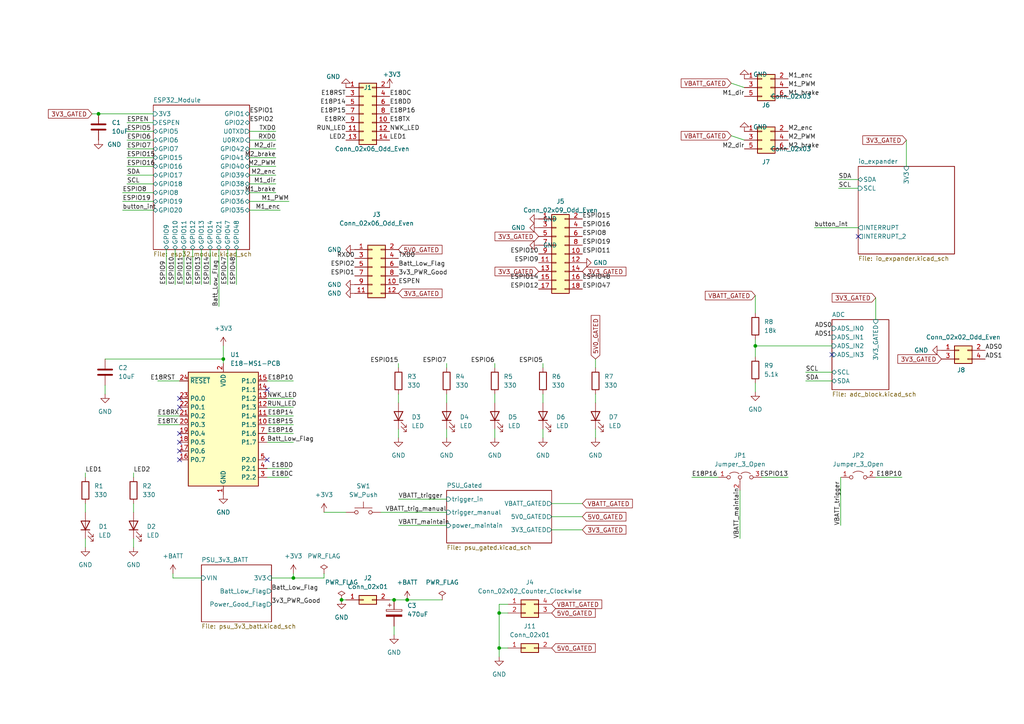
<source format=kicad_sch>
(kicad_sch (version 20230121) (generator eeschema)
  (paper "A4")
  (title_block (title "Pippino II Schematic v2.1"))
  (lib_symbols
    (symbol "Connector_Generic:Conn_02x01" (pin_names (offset 1.016) hide)
      (property "Reference" "J" (at 1.27 2.54 0))
      (property "Value" "Conn_02x01" (at 1.27 -2.54 0))
      (symbol "Conn_02x01_1_1"
        (rectangle (start -1.27 0.127) (end 0 -0.127) (stroke (width 0.1524)))
        (rectangle (start -1.27 1.27) (end 3.81 -1.27) (stroke (width 0.254)) (fill (type background)))
        (rectangle (start 3.81 0.127) (end 2.54 -0.127) (stroke (width 0.1524)))
        (pin passive line (at -5.08 0 0) (length 3.81) (name "Pin_1") (number "1"))
        (pin passive line (at 7.62 0 180) (length 3.81) (name "Pin_2") (number "2"))
      )
    )
    (symbol "Connector_Generic:Conn_02x02_Counter_Clockwise" (pin_names (offset 1.016) hide)
      (property "Reference" "J" (at 1.27 2.54 0))
      (property "Value" "Conn_02x02_Counter_Clockwise" (at 1.27 -5.08 0))
      (symbol "Conn_02x02_Counter_Clockwise_1_1"
        (rectangle (start -1.27 -2.413) (end 0 -2.667) (stroke (width 0.1524)))
        (rectangle (start -1.27 0.127) (end 0 -0.127) (stroke (width 0.1524)))
        (rectangle (start -1.27 1.27) (end 3.81 -3.81) (stroke (width 0.254)) (fill (type background)))
        (rectangle (start 3.81 -2.413) (end 2.54 -2.667) (stroke (width 0.1524)))
        (rectangle (start 3.81 0.127) (end 2.54 -0.127) (stroke (width 0.1524)))
        (pin passive line (at -5.08 0 0) (length 3.81) (name "Pin_1") (number "1"))
        (pin passive line (at -5.08 -2.54 0) (length 3.81) (name "Pin_2") (number "2"))
        (pin passive line (at 7.62 -2.54 180) (length 3.81) (name "Pin_3") (number "3"))
        (pin passive line (at 7.62 0 180) (length 3.81) (name "Pin_4") (number "4"))
      )
    )
    (symbol "Connector_Generic:Conn_02x02_Odd_Even" (pin_names (offset 1.016) hide)
      (property "Reference" "J" (at 1.27 2.54 0))
      (property "Value" "Conn_02x02_Odd_Even" (at 1.27 -5.08 0))
      (symbol "Conn_02x02_Odd_Even_1_1"
        (rectangle (start -1.27 -2.413) (end 0 -2.667) (stroke (width 0.1524)))
        (rectangle (start -1.27 0.127) (end 0 -0.127) (stroke (width 0.1524)))
        (rectangle (start -1.27 1.27) (end 3.81 -3.81) (stroke (width 0.254)) (fill (type background)))
        (rectangle (start 3.81 -2.413) (end 2.54 -2.667) (stroke (width 0.1524)))
        (rectangle (start 3.81 0.127) (end 2.54 -0.127) (stroke (width 0.1524)))
        (pin passive line (at -5.08 0 0) (length 3.81) (name "Pin_1") (number "1"))
        (pin passive line (at 7.62 0 180) (length 3.81) (name "Pin_2") (number "2"))
        (pin passive line (at -5.08 -2.54 0) (length 3.81) (name "Pin_3") (number "3"))
        (pin passive line (at 7.62 -2.54 180) (length 3.81) (name "Pin_4") (number "4"))
      )
    )
    (symbol "Connector_Generic:Conn_02x03_Odd_Even" (pin_names (offset 1.016) hide)
      (property "Reference" "J" (at 1.27 5.08 0))
      (property "Value" "Conn_02x03_Odd_Even" (at 1.27 -5.08 0))
      (symbol "Conn_02x03_Odd_Even_1_1"
        (rectangle (start -1.27 -2.413) (end 0 -2.667) (stroke (width 0.1524)))
        (rectangle (start -1.27 0.127) (end 0 -0.127) (stroke (width 0.1524)))
        (rectangle (start -1.27 2.667) (end 0 2.413) (stroke (width 0.1524)))
        (rectangle (start -1.27 3.81) (end 3.81 -3.81) (stroke (width 0.254)) (fill (type background)))
        (rectangle (start 3.81 -2.413) (end 2.54 -2.667) (stroke (width 0.1524)))
        (rectangle (start 3.81 0.127) (end 2.54 -0.127) (stroke (width 0.1524)))
        (rectangle (start 3.81 2.667) (end 2.54 2.413) (stroke (width 0.1524)))
        (pin passive line (at -5.08 2.54 0) (length 3.81) (name "Pin_1") (number "1"))
        (pin passive line (at 7.62 2.54 180) (length 3.81) (name "Pin_2") (number "2"))
        (pin passive line (at -5.08 0 0) (length 3.81) (name "Pin_3") (number "3"))
        (pin passive line (at 7.62 0 180) (length 3.81) (name "Pin_4") (number "4"))
        (pin passive line (at -5.08 -2.54 0) (length 3.81) (name "Pin_5") (number "5"))
        (pin passive line (at 7.62 -2.54 180) (length 3.81) (name "Pin_6") (number "6"))
      )
    )
    (symbol "Connector_Generic:Conn_02x06_Odd_Even" (pin_names (offset 1.016) hide)
      (property "Reference" "J" (at 1.27 7.62 0))
      (property "Value" "Conn_02x06_Odd_Even" (at 1.27 -10.16 0))
      (symbol "Conn_02x06_Odd_Even_1_1"
        (rectangle (start -1.27 -7.493) (end 0 -7.747) (stroke (width 0.1524)))
        (rectangle (start -1.27 -4.953) (end 0 -5.207) (stroke (width 0.1524)))
        (rectangle (start -1.27 -2.413) (end 0 -2.667) (stroke (width 0.1524)))
        (rectangle (start -1.27 0.127) (end 0 -0.127) (stroke (width 0.1524)))
        (rectangle (start -1.27 2.667) (end 0 2.413) (stroke (width 0.1524)))
        (rectangle (start -1.27 5.207) (end 0 4.953) (stroke (width 0.1524)))
        (rectangle (start -1.27 6.35) (end 3.81 -8.89) (stroke (width 0.254)) (fill (type background)))
        (rectangle (start 3.81 -7.493) (end 2.54 -7.747) (stroke (width 0.1524)))
        (rectangle (start 3.81 -4.953) (end 2.54 -5.207) (stroke (width 0.1524)))
        (rectangle (start 3.81 -2.413) (end 2.54 -2.667) (stroke (width 0.1524)))
        (rectangle (start 3.81 0.127) (end 2.54 -0.127) (stroke (width 0.1524)))
        (rectangle (start 3.81 2.667) (end 2.54 2.413) (stroke (width 0.1524)))
        (rectangle (start 3.81 5.207) (end 2.54 4.953) (stroke (width 0.1524)))
        (pin passive line (at -5.08 5.08 0) (length 3.81) (name "Pin_1") (number "1"))
        (pin passive line (at 7.62 -5.08 180) (length 3.81) (name "Pin_10") (number "10"))
        (pin passive line (at -5.08 -7.62 0) (length 3.81) (name "Pin_11") (number "11"))
        (pin passive line (at 7.62 -7.62 180) (length 3.81) (name "Pin_12") (number "12"))
        (pin passive line (at 7.62 5.08 180) (length 3.81) (name "Pin_2") (number "2"))
        (pin passive line (at -5.08 2.54 0) (length 3.81) (name "Pin_3") (number "3"))
        (pin passive line (at 7.62 2.54 180) (length 3.81) (name "Pin_4") (number "4"))
        (pin passive line (at -5.08 0 0) (length 3.81) (name "Pin_5") (number "5"))
        (pin passive line (at 7.62 0 180) (length 3.81) (name "Pin_6") (number "6"))
        (pin passive line (at -5.08 -2.54 0) (length 3.81) (name "Pin_7") (number "7"))
        (pin passive line (at 7.62 -2.54 180) (length 3.81) (name "Pin_8") (number "8"))
        (pin passive line (at -5.08 -5.08 0) (length 3.81) (name "Pin_9") (number "9"))
      )
    )
    (symbol "Connector_Generic:Conn_02x07_Odd_Even" (pin_names (offset 1.016) hide)
      (property "Reference" "J" (at 1.27 10.16 0))
      (property "Value" "Conn_02x07_Odd_Even" (at 1.27 -10.16 0))
      (symbol "Conn_02x07_Odd_Even_1_1"
        (rectangle (start -1.27 -7.493) (end 0 -7.747) (stroke (width 0.1524)))
        (rectangle (start -1.27 -4.953) (end 0 -5.207) (stroke (width 0.1524)))
        (rectangle (start -1.27 -2.413) (end 0 -2.667) (stroke (width 0.1524)))
        (rectangle (start -1.27 0.127) (end 0 -0.127) (stroke (width 0.1524)))
        (rectangle (start -1.27 2.667) (end 0 2.413) (stroke (width 0.1524)))
        (rectangle (start -1.27 5.207) (end 0 4.953) (stroke (width 0.1524)))
        (rectangle (start -1.27 7.747) (end 0 7.493) (stroke (width 0.1524)))
        (rectangle (start -1.27 8.89) (end 3.81 -8.89) (stroke (width 0.254)) (fill (type background)))
        (rectangle (start 3.81 -7.493) (end 2.54 -7.747) (stroke (width 0.1524)))
        (rectangle (start 3.81 -4.953) (end 2.54 -5.207) (stroke (width 0.1524)))
        (rectangle (start 3.81 -2.413) (end 2.54 -2.667) (stroke (width 0.1524)))
        (rectangle (start 3.81 0.127) (end 2.54 -0.127) (stroke (width 0.1524)))
        (rectangle (start 3.81 2.667) (end 2.54 2.413) (stroke (width 0.1524)))
        (rectangle (start 3.81 5.207) (end 2.54 4.953) (stroke (width 0.1524)))
        (rectangle (start 3.81 7.747) (end 2.54 7.493) (stroke (width 0.1524)))
        (pin passive line (at -5.08 7.62 0) (length 3.81) (name "Pin_1") (number "1"))
        (pin passive line (at 7.62 -2.54 180) (length 3.81) (name "Pin_10") (number "10"))
        (pin passive line (at -5.08 -5.08 0) (length 3.81) (name "Pin_11") (number "11"))
        (pin passive line (at 7.62 -5.08 180) (length 3.81) (name "Pin_12") (number "12"))
        (pin passive line (at -5.08 -7.62 0) (length 3.81) (name "Pin_13") (number "13"))
        (pin passive line (at 7.62 -7.62 180) (length 3.81) (name "Pin_14") (number "14"))
        (pin passive line (at 7.62 7.62 180) (length 3.81) (name "Pin_2") (number "2"))
        (pin passive line (at -5.08 5.08 0) (length 3.81) (name "Pin_3") (number "3"))
        (pin passive line (at 7.62 5.08 180) (length 3.81) (name "Pin_4") (number "4"))
        (pin passive line (at -5.08 2.54 0) (length 3.81) (name "Pin_5") (number "5"))
        (pin passive line (at 7.62 2.54 180) (length 3.81) (name "Pin_6") (number "6"))
        (pin passive line (at -5.08 0 0) (length 3.81) (name "Pin_7") (number "7"))
        (pin passive line (at 7.62 0 180) (length 3.81) (name "Pin_8") (number "8"))
        (pin passive line (at -5.08 -2.54 0) (length 3.81) (name "Pin_9") (number "9"))
      )
    )
    (symbol "Connector_Generic:Conn_02x09_Odd_Even" (pin_names (offset 1.016) hide)
      (property "Reference" "J" (at 1.27 12.7 0))
      (property "Value" "Conn_02x09_Odd_Even" (at 1.27 -12.7 0))
      (symbol "Conn_02x09_Odd_Even_1_1"
        (rectangle (start -1.27 -10.033) (end 0 -10.287) (stroke (width 0.1524)))
        (rectangle (start -1.27 -7.493) (end 0 -7.747) (stroke (width 0.1524)))
        (rectangle (start -1.27 -4.953) (end 0 -5.207) (stroke (width 0.1524)))
        (rectangle (start -1.27 -2.413) (end 0 -2.667) (stroke (width 0.1524)))
        (rectangle (start -1.27 0.127) (end 0 -0.127) (stroke (width 0.1524)))
        (rectangle (start -1.27 2.667) (end 0 2.413) (stroke (width 0.1524)))
        (rectangle (start -1.27 5.207) (end 0 4.953) (stroke (width 0.1524)))
        (rectangle (start -1.27 7.747) (end 0 7.493) (stroke (width 0.1524)))
        (rectangle (start -1.27 10.287) (end 0 10.033) (stroke (width 0.1524)))
        (rectangle (start -1.27 11.43) (end 3.81 -11.43) (stroke (width 0.254)) (fill (type background)))
        (rectangle (start 3.81 -10.033) (end 2.54 -10.287) (stroke (width 0.1524)))
        (rectangle (start 3.81 -7.493) (end 2.54 -7.747) (stroke (width 0.1524)))
        (rectangle (start 3.81 -4.953) (end 2.54 -5.207) (stroke (width 0.1524)))
        (rectangle (start 3.81 -2.413) (end 2.54 -2.667) (stroke (width 0.1524)))
        (rectangle (start 3.81 0.127) (end 2.54 -0.127) (stroke (width 0.1524)))
        (rectangle (start 3.81 2.667) (end 2.54 2.413) (stroke (width 0.1524)))
        (rectangle (start 3.81 5.207) (end 2.54 4.953) (stroke (width 0.1524)))
        (rectangle (start 3.81 7.747) (end 2.54 7.493) (stroke (width 0.1524)))
        (rectangle (start 3.81 10.287) (end 2.54 10.033) (stroke (width 0.1524)))
        (pin passive line (at -5.08 10.16 0) (length 3.81) (name "Pin_1") (number "1"))
        (pin passive line (at 7.62 0 180) (length 3.81) (name "Pin_10") (number "10"))
        (pin passive line (at -5.08 -2.54 0) (length 3.81) (name "Pin_11") (number "11"))
        (pin passive line (at 7.62 -2.54 180) (length 3.81) (name "Pin_12") (number "12"))
        (pin passive line (at -5.08 -5.08 0) (length 3.81) (name "Pin_13") (number "13"))
        (pin passive line (at 7.62 -5.08 180) (length 3.81) (name "Pin_14") (number "14"))
        (pin passive line (at -5.08 -7.62 0) (length 3.81) (name "Pin_15") (number "15"))
        (pin passive line (at 7.62 -7.62 180) (length 3.81) (name "Pin_16") (number "16"))
        (pin passive line (at -5.08 -10.16 0) (length 3.81) (name "Pin_17") (number "17"))
        (pin passive line (at 7.62 -10.16 180) (length 3.81) (name "Pin_18") (number "18"))
        (pin passive line (at 7.62 10.16 180) (length 3.81) (name "Pin_2") (number "2"))
        (pin passive line (at -5.08 7.62 0) (length 3.81) (name "Pin_3") (number "3"))
        (pin passive line (at 7.62 7.62 180) (length 3.81) (name "Pin_4") (number "4"))
        (pin passive line (at -5.08 5.08 0) (length 3.81) (name "Pin_5") (number "5"))
        (pin passive line (at 7.62 5.08 180) (length 3.81) (name "Pin_6") (number "6"))
        (pin passive line (at -5.08 2.54 0) (length 3.81) (name "Pin_7") (number "7"))
        (pin passive line (at 7.62 2.54 180) (length 3.81) (name "Pin_8") (number "8"))
        (pin passive line (at -5.08 0 0) (length 3.81) (name "Pin_9") (number "9"))
      )
    )
    (symbol "Device:C" (pin_numbers hide) (pin_names (offset 0.254))
      (property "Reference" "C" (at 0.635 2.54 0))
      (property "Value" "C" (at 0.635 -2.54 0))
      (symbol "C_0_1"
        (polyline (pts (xy -2.032 -0.762) (xy 2.032 -0.762)) (stroke (width 0.508)))
        (polyline (pts (xy -2.032 0.762) (xy 2.032 0.762)) (stroke (width 0.508)))
      )
      (symbol "C_1_1"
        (pin passive line (at 0 3.81 270) (length 2.794) (name "~") (number "1"))
        (pin passive line (at 0 -3.81 90) (length 2.794) (name "~") (number "2"))
      )
    )
    (symbol "Device:C_Polarized" (pin_numbers hide) (pin_names (offset 0.254))
      (property "Reference" "C" (at 0.635 2.54 0))
      (property "Value" "C_Polarized" (at 0.635 -2.54 0))
      (symbol "C_Polarized_0_1"
        (rectangle (start -2.286 0.508) (end 2.286 1.016))
        (polyline (pts (xy -1.778 2.286) (xy -0.762 2.286)))
        (polyline (pts (xy -1.27 2.794) (xy -1.27 1.778)))
        (rectangle (start 2.286 -0.508) (end -2.286 -1.016) (fill (type outline)))
      )
      (symbol "C_Polarized_1_1"
        (pin passive line (at 0 3.81 270) (length 2.794) (name "~") (number "1"))
        (pin passive line (at 0 -3.81 90) (length 2.794) (name "~") (number "2"))
      )
    )
    (symbol "Device:LED" (pin_numbers hide) (pin_names (offset 1.016) hide)
      (property "Reference" "D" (at 0 2.54 0))
      (property "Value" "LED" (at 0 -2.54 0))
      (symbol "LED_0_1"
        (polyline (pts (xy -1.27 -1.27) (xy -1.27 1.27)) (stroke (width 0.254)))
        (polyline (pts (xy -1.27 0) (xy 1.27 0)))
        (polyline (pts (xy 1.27 -1.27) (xy 1.27 1.27) (xy -1.27 0) (xy 1.27 -1.27)) (stroke (width 0.254)))
        (polyline (pts (xy -3.048 -0.762) (xy -4.572 -2.286) (xy -3.81 -2.286) (xy -4.572 -2.286) (xy -4.572 -1.524)))
        (polyline (pts (xy -1.778 -0.762) (xy -3.302 -2.286) (xy -2.54 -2.286) (xy -3.302 -2.286) (xy -3.302 -1.524)))
      )
      (symbol "LED_1_1"
        (pin passive line (at -3.81 0 0) (length 2.54) (name "K") (number "1"))
        (pin passive line (at 3.81 0 180) (length 2.54) (name "A") (number "2"))
      )
    )
    (symbol "Device:R" (pin_numbers hide) (pin_names (offset 0))
      (property "Reference" "R" (at 2.032 0 90))
      (property "Value" "R" (at 0 0 90))
      (symbol "R_0_1"
        (rectangle (start -1.016 -2.54) (end 1.016 2.54) (stroke (width 0.254)))
      )
      (symbol "R_1_1"
        (pin passive line (at 0 3.81 270) (length 1.27) (name "~") (number "1"))
        (pin passive line (at 0 -3.81 90) (length 1.27) (name "~") (number "2"))
      )
    )
    (symbol "Jumper:Jumper_2_Open" (pin_names (offset 0) hide)
      (property "Reference" "JP" (at 0 2.794 0))
      (property "Value" "Jumper_2_Open" (at 0 -2.286 0))
      (symbol "Jumper_2_Open_0_0"
        (circle (center -2.032 0) (radius 0.508))
        (circle (center 2.032 0) (radius 0.508))
      )
      (symbol "Jumper_2_Open_0_1"
        (arc (start 1.524 1.27) (mid 0 1.778) (end -1.524 1.27))
      )
      (symbol "Jumper_2_Open_1_1"
        (pin passive line (at -5.08 0 0) (length 2.54) (name "A") (number "1"))
        (pin passive line (at 5.08 0 180) (length 2.54) (name "B") (number "2"))
      )
    )
    (symbol "Jumper:Jumper_3_Open" (pin_names (offset 0) hide)
      (property "Reference" "JP" (at -2.54 -2.54 0))
      (property "Value" "Jumper_3_Open" (at 0 2.794 0))
      (symbol "Jumper_3_Open_0_0"
        (circle (center -3.302 0) (radius 0.508))
        (circle (center 0 0) (radius 0.508))
        (circle (center 3.302 0) (radius 0.508))
      )
      (symbol "Jumper_3_Open_0_1"
        (arc (start -0.254 1.016) (mid -1.651 1.4992) (end -3.048 1.016))
        (polyline (pts (xy 0 -0.508) (xy 0 -1.27)))
        (arc (start 3.048 1.016) (mid 1.651 1.4992) (end 0.254 1.016))
      )
      (symbol "Jumper_3_Open_1_1"
        (pin passive line (at -6.35 0 0) (length 2.54) (name "A") (number "1"))
        (pin passive line (at 0 -3.81 90) (length 2.54) (name "C") (number "2"))
        (pin passive line (at 6.35 0 180) (length 2.54) (name "B") (number "3"))
      )
    )
    (symbol "RF_Module:E18-MS1-PCB"
      (property "Reference" "U" (at -2.54 21.59 0))
      (property "Value" "E18-MS1-PCB" (at -2.54 19.05 0))
      (symbol "E18-MS1-PCB_0_1"
        (rectangle (start -10.16 17.78) (end 10.16 -15.24) (stroke (width 0.254)) (fill (type background)))
      )
      (symbol "E18-MS1-PCB_1_1"
        (pin power_in line (at 0 -17.78 90) (length 2.54) (name "GND") (number "1"))
        (pin bidirectional line (at 12.7 2.54 180) (length 2.54) (name "P1.5") (number "10"))
        (pin bidirectional line (at 12.7 5.08 180) (length 2.54) (name "P1.4") (number "11"))
        (pin bidirectional line (at 12.7 7.62 180) (length 2.54) (name "P1.3") (number "12"))
        (pin bidirectional line (at 12.7 10.16 180) (length 2.54) (name "P1.2") (number "13"))
        (pin bidirectional line (at 12.7 12.7 180) (length 2.54) (name "P1.1") (number "14"))
        (pin bidirectional line (at 12.7 15.24 180) (length 2.54) (name "P1.0") (number "15"))
        (pin bidirectional line (at -12.7 -7.62 0) (length 2.54) (name "P0.7") (number "16"))
        (pin bidirectional line (at -12.7 -5.08 0) (length 2.54) (name "P0.6") (number "17"))
        (pin bidirectional line (at -12.7 -2.54 0) (length 2.54) (name "P0.5") (number "18"))
        (pin bidirectional line (at -12.7 0 0) (length 2.54) (name "P0.4") (number "19"))
        (pin power_in line (at 0 20.32 270) (length 2.54) (name "VDD") (number "2"))
        (pin bidirectional line (at -12.7 2.54 0) (length 2.54) (name "P0.3") (number "20"))
        (pin bidirectional line (at -12.7 5.08 0) (length 2.54) (name "P0.2") (number "21"))
        (pin bidirectional line (at -12.7 7.62 0) (length 2.54) (name "P0.1") (number "22"))
        (pin bidirectional line (at -12.7 10.16 0) (length 2.54) (name "P0.0") (number "23"))
        (pin input line (at -12.7 15.24 0) (length 2.54) (name "~{RESET}") (number "24"))
        (pin bidirectional line (at 12.7 -12.7 180) (length 2.54) (name "P2.2") (number "3"))
        (pin bidirectional line (at 12.7 -10.16 180) (length 2.54) (name "P2.1") (number "4"))
        (pin bidirectional line (at 12.7 -7.62 180) (length 2.54) (name "P2.0") (number "5"))
        (pin bidirectional line (at 12.7 -2.54 180) (length 2.54) (name "P1.7") (number "6"))
        (pin bidirectional line (at 12.7 0 180) (length 2.54) (name "P1.6") (number "7"))
        (pin no_connect line (at -10.16 -10.16 0) (length 2.54) hide (name "NC") (number "8"))
        (pin no_connect line (at -10.16 -12.7 0) (length 2.54) hide (name "NC") (number "9"))
      )
    )
    (symbol "Switch:SW_Push" (pin_numbers hide) (pin_names (offset 1.016) hide)
      (property "Reference" "SW" (at 1.27 2.54 0))
      (property "Value" "SW_Push" (at 0 -1.524 0))
      (symbol "SW_Push_0_1"
        (circle (center -2.032 0) (radius 0.508))
        (polyline (pts (xy 0 1.27) (xy 0 3.048)))
        (polyline (pts (xy 2.54 1.27) (xy -2.54 1.27)))
        (circle (center 2.032 0) (radius 0.508))
        (pin passive line (at -5.08 0 0) (length 2.54) (name "1") (number "1"))
        (pin passive line (at 5.08 0 180) (length 2.54) (name "2") (number "2"))
      )
    )
    (symbol "power:+3V3" (power) (pin_names (offset 0))
      (property "Value" "+3V3" (at 0 3.556 0))
      (symbol "+3V3_0_1"
        (polyline (pts (xy -0.762 1.27) (xy 0 2.54)))
        (polyline (pts (xy 0 0) (xy 0 2.54)))
        (polyline (pts (xy 0 2.54) (xy 0.762 1.27)))
      )
      (symbol "+3V3_1_1"
        (pin power_in line (at 0 0 90) (length 0) hide (name "+3V3") (number "1"))
      )
    )
    (symbol "power:+BATT" (power) (pin_names (offset 0))
      (property "Value" "+BATT" (at 0 3.556 0))
      (symbol "+BATT_0_1"
        (polyline (pts (xy -0.762 1.27) (xy 0 2.54)))
        (polyline (pts (xy 0 0) (xy 0 2.54)))
        (polyline (pts (xy 0 2.54) (xy 0.762 1.27)))
      )
      (symbol "+BATT_1_1"
        (pin power_in line (at 0 0 90) (length 0) hide (name "+BATT") (number "1"))
      )
    )
    (symbol "power:GND" (power) (pin_names (offset 0))
      (property "Value" "GND" (at 0 -3.81 0))
      (symbol "GND_0_1"
        (polyline (pts (xy 0 0) (xy 0 -1.27) (xy 1.27 -1.27) (xy 0 -2.54) (xy -1.27 -1.27) (xy 0 -1.27)))
      )
      (symbol "GND_1_1"
        (pin power_in line (at 0 0 270) (length 0) hide (name "GND") (number "1"))
      )
    )
    (symbol "power:PWR_FLAG" (power) (pin_numbers hide) (pin_names (offset 0) hide)
      (property "Value" "PWR_FLAG" (at 0 3.81 0))
      (symbol "PWR_FLAG_0_0"
        (pin power_out line (at 0 0 90) (length 0) (name "pwr") (number "1"))
      )
      (symbol "PWR_FLAG_0_1"
        (polyline (pts (xy 0 0) (xy 0 1.27) (xy -1.016 1.905) (xy 0 2.54) (xy 1.016 1.905) (xy 0 1.27)))
      )
    )
  )
  (junction (at 64.77 104.14))
  (junction (at 219.075 100.33))
  (junction (at 118.11 173.99))
  (junction (at 114.3 173.99))
  (junction (at 144.78 177.8))
  (junction (at 99.06 173.99))
  (junction (at 85.09 167.64))
  (junction (at 28.575 33.02))
  (junction (at 144.78 187.96))
  (no_connect (at 248.92 68.58))
  (no_connect (at 52.07 118.11))
  (no_connect (at 52.07 130.81))
  (no_connect (at 77.47 113.03))
  (no_connect (at 52.07 125.73))
  (no_connect (at 52.07 128.27))
  (no_connect (at 77.47 133.35))
  (no_connect (at 52.07 115.57))
  (no_connect (at 52.07 133.35))
  (no_connect (at 241.3 102.87))
  (wire (pts (xy 115.57 105.41) (xy 115.57 106.68)))
  (wire (pts (xy 45.72 120.65) (xy 52.07 120.65)))
  (wire (pts (xy 85.09 167.64) (xy 93.98 167.64)))
  (wire (pts (xy 114.3 184.15) (xy 114.3 181.61)))
  (wire (pts (xy 129.54 105.41) (xy 129.54 106.68)))
  (wire (pts (xy 44.45 43.18) (xy 36.83 43.18)))
  (wire (pts (xy 72.39 58.42) (xy 83.82 58.42)))
  (wire (pts (xy 36.83 53.34) (xy 44.45 53.34)))
  (wire (pts (xy 38.735 158.75) (xy 38.735 156.21)))
  (wire (pts (xy 219.075 100.33) (xy 219.075 103.505)))
  (wire (pts (xy 48.26 72.39) (xy 48.26 82.55)))
  (wire (pts (xy 243.205 52.07) (xy 248.92 52.07)))
  (wire (pts (xy 77.47 115.57) (xy 85.09 115.57)))
  (wire (pts (xy 52.07 110.49) (xy 45.72 110.49)))
  (wire (pts (xy 129.54 127) (xy 129.54 124.46)))
  (wire (pts (xy 110.49 148.59) (xy 129.54 148.59)))
  (wire (pts (xy 72.39 60.96) (xy 81.28 60.96)))
  (wire (pts (xy 63.5 72.39) (xy 63.5 88.9)))
  (wire (pts (xy 36.83 40.64) (xy 44.45 40.64)))
  (wire (pts (xy 72.39 40.64) (xy 80.01 40.64)))
  (wire (pts (xy 144.78 187.96) (xy 147.32 187.96)))
  (wire (pts (xy 241.3 110.49) (xy 233.68 110.49)))
  (wire (pts (xy 35.56 55.88) (xy 44.45 55.88)))
  (wire (pts (xy 129.54 116.84) (xy 129.54 114.3)))
  (wire (pts (xy 243.205 54.61) (xy 248.92 54.61)))
  (wire (pts (xy 77.47 110.49) (xy 85.09 110.49)))
  (wire (pts (xy 115.57 144.78) (xy 129.54 144.78)))
  (wire (pts (xy 157.48 127) (xy 157.48 124.46)))
  (wire (pts (xy 143.51 105.41) (xy 143.51 106.68)))
  (wire (pts (xy 228.6 138.43) (xy 220.98 138.43)))
  (wire (pts (xy 30.48 104.14) (xy 64.77 104.14)))
  (wire (pts (xy 214.63 156.21) (xy 214.63 142.24)))
  (wire (pts (xy 72.39 55.88) (xy 80.01 55.88)))
  (wire (pts (xy 262.89 40.64) (xy 262.89 48.26)))
  (wire (pts (xy 30.48 114.3) (xy 30.48 111.76)))
  (wire (pts (xy 115.57 152.4) (xy 129.54 152.4)))
  (wire (pts (xy 36.83 35.56) (xy 44.45 35.56)))
  (wire (pts (xy 160.02 149.86) (xy 168.91 149.86)))
  (wire (pts (xy 72.39 50.8) (xy 80.01 50.8)))
  (wire (pts (xy 93.98 148.59) (xy 100.33 148.59)))
  (wire (pts (xy 36.83 50.8) (xy 44.45 50.8)))
  (wire (pts (xy 144.78 175.26) (xy 144.78 177.8)))
  (wire (pts (xy 77.47 125.73) (xy 85.09 125.73)))
  (wire (pts (xy 143.51 116.84) (xy 143.51 114.3)))
  (wire (pts (xy 64.77 100.33) (xy 64.77 104.14)))
  (wire (pts (xy 114.3 173.99) (xy 118.11 173.99)))
  (wire (pts (xy 115.57 127) (xy 115.57 124.46)))
  (wire (pts (xy 212.09 24.13) (xy 215.9 25.4)))
  (wire (pts (xy 115.57 116.84) (xy 115.57 114.3)))
  (wire (pts (xy 36.83 48.26) (xy 44.45 48.26)))
  (wire (pts (xy 172.72 104.14) (xy 172.72 106.68)))
  (wire (pts (xy 38.735 148.59) (xy 38.735 146.05)))
  (wire (pts (xy 36.83 38.1) (xy 44.45 38.1)))
  (wire (pts (xy 72.39 38.1) (xy 80.01 38.1)))
  (wire (pts (xy 219.075 98.425) (xy 219.075 100.33)))
  (wire (pts (xy 118.11 173.99) (xy 128.27 173.99)))
  (wire (pts (xy 50.8 72.39) (xy 50.8 82.55)))
  (wire (pts (xy 93.98 167.64) (xy 93.98 166.37)))
  (wire (pts (xy 147.32 175.26) (xy 144.78 175.26)))
  (wire (pts (xy 85.09 166.37) (xy 85.09 167.64)))
  (wire (pts (xy 78.74 167.64) (xy 85.09 167.64)))
  (wire (pts (xy 64.77 104.14) (xy 64.77 105.41)))
  (wire (pts (xy 219.075 113.665) (xy 219.075 111.125)))
  (wire (pts (xy 212.09 39.37) (xy 215.9 40.64)))
  (wire (pts (xy 143.51 127) (xy 143.51 124.46)))
  (wire (pts (xy 72.39 53.34) (xy 80.01 53.34)))
  (wire (pts (xy 77.47 135.89) (xy 83.82 135.89)))
  (wire (pts (xy 172.72 116.84) (xy 172.72 114.3)))
  (wire (pts (xy 60.96 82.55) (xy 60.96 72.39)))
  (wire (pts (xy 254 138.43) (xy 261.62 138.43)))
  (wire (pts (xy 26.67 33.02) (xy 28.575 33.02)))
  (wire (pts (xy 58.42 82.55) (xy 58.42 72.39)))
  (wire (pts (xy 68.58 72.39) (xy 68.58 82.55)))
  (wire (pts (xy 144.78 177.8) (xy 144.78 187.96)))
  (wire (pts (xy 53.34 82.55) (xy 53.34 72.39)))
  (wire (pts (xy 24.765 137.16) (xy 24.765 138.43)))
  (wire (pts (xy 160.02 153.67) (xy 168.91 153.67)))
  (wire (pts (xy 50.165 167.64) (xy 58.42 167.64)))
  (wire (pts (xy 147.32 177.8) (xy 144.78 177.8)))
  (wire (pts (xy 77.47 118.11) (xy 85.09 118.11)))
  (wire (pts (xy 77.47 138.43) (xy 83.82 138.43)))
  (wire (pts (xy 219.075 100.33) (xy 241.3 100.33)))
  (wire (pts (xy 254 86.36) (xy 254 92.71)))
  (wire (pts (xy 157.48 116.84) (xy 157.48 114.3)))
  (wire (pts (xy 24.765 148.59) (xy 24.765 146.05)))
  (wire (pts (xy 113.03 173.99) (xy 114.3 173.99)))
  (wire (pts (xy 55.88 82.55) (xy 55.88 72.39)))
  (wire (pts (xy 77.47 128.27) (xy 85.09 128.27)))
  (wire (pts (xy 236.22 66.04) (xy 248.92 66.04)))
  (wire (pts (xy 144.78 187.96) (xy 144.78 190.5)))
  (wire (pts (xy 38.735 137.16) (xy 38.735 138.43)))
  (wire (pts (xy 172.72 127) (xy 172.72 124.46)))
  (wire (pts (xy 77.47 120.65) (xy 85.09 120.65)))
  (wire (pts (xy 35.56 60.96) (xy 44.45 60.96)))
  (wire (pts (xy 208.28 138.43) (xy 200.66 138.43)))
  (wire (pts (xy 45.72 123.19) (xy 52.07 123.19)))
  (wire (pts (xy 24.765 158.75) (xy 24.765 156.21)))
  (wire (pts (xy 219.075 85.725) (xy 219.075 90.805)))
  (wire (pts (xy 35.56 58.42) (xy 44.45 58.42)))
  (wire (pts (xy 66.04 72.39) (xy 66.04 82.55)))
  (wire (pts (xy 28.575 33.02) (xy 44.45 33.02)))
  (wire (pts (xy 44.45 45.72) (xy 36.83 45.72)))
  (wire (pts (xy 50.165 166.37) (xy 50.165 167.64)))
  (wire (pts (xy 157.48 105.41) (xy 157.48 106.68)))
  (wire (pts (xy 72.39 45.72) (xy 80.01 45.72)))
  (wire (pts (xy 77.47 123.19) (xy 85.09 123.19)))
  (wire (pts (xy 99.06 173.99) (xy 100.33 173.99)))
  (wire (pts (xy 241.3 107.95) (xy 233.68 107.95)))
  (wire (pts (xy 160.02 146.05) (xy 168.91 146.05)))
  (wire (pts (xy 243.84 138.43) (xy 243.84 152.4)))
  (wire (pts (xy 72.39 48.26) (xy 80.01 48.26)))
  (wire (pts (xy 72.39 43.18) (xy 80.01 43.18)))
  (label "M1_enc" (at 81.28 60.96 180))
  (label "ESPIO47" (at 66.04 82.55 90))
  (label "M2_brake" (at 80.01 45.72 180))
  (label "E18DC" (at 113.03 27.94 0))
  (label "Batt_Low_Flag" (at 78.74 171.45 0))
  (label "E18P14" (at 100.33 30.48 180))
  (label "ADS0" (at 241.3 95.25 180))
  (label "ESPIO9" (at 156.21 76.2 180))
  (label "E18P10" (at 85.09 110.49 180))
  (label "ESPIO13" (at 228.6 138.43 180))
  (label "3v3_PWR_Good" (at 78.74 175.26 0))
  (label "ESPIO13" (at 58.42 82.55 90))
  (label "E18DD" (at 78.74 135.89 0))
  (label "E18DC" (at 78.74 138.43 0))
  (label "M2_brake" (at 228.6 43.18 0))
  (label "ESPEN" (at 115.57 82.55 0))
  (label "NWK_LED" (at 113.03 38.1 0))
  (label "VBATT_maintain" (at 115.57 152.4 0))
  (label "ESPIO1" (at 72.39 33.02 0))
  (label "ESPIO47" (at 168.91 83.82 0))
  (label "M2_enc" (at 228.6 38.1 0))
  (label "ESPIO7" (at 129.54 105.41 180))
  (label "E18RX" (at 45.72 120.65 0))
  (label "Batt_Low_Flag" (at 63.5 88.9 90))
  (label "SDA" (at 233.68 110.49 0))
  (label "ESPIO1" (at 102.87 80.01 180))
  (label "Batt_Low_Flag" (at 77.47 128.27 0))
  (label "M1_PWM" (at 83.82 58.42 180))
  (label "E18DD" (at 113.03 30.48 0))
  (label "ESPIO2" (at 102.87 77.47 180))
  (label "M1_PWM" (at 228.6 25.4 0))
  (label "ESPIO19" (at 168.91 71.12 0))
  (label "ESPIO10" (at 50.8 82.55 90))
  (label "E18P16" (at 85.09 125.73 180))
  (label "SCL" (at 243.205 54.61 0))
  (label "E18TX" (at 45.72 123.19 0))
  (label "ESPIO15" (at 36.83 45.72 0))
  (label "ADS1" (at 241.3 97.79 180))
  (label "M2_dir" (at 215.9 43.18 180))
  (label "ESPIO14" (at 60.96 82.55 90))
  (label "ESPIO16" (at 36.83 48.26 0))
  (label "SDA" (at 243.205 52.07 0))
  (label "LED1" (at 24.765 137.16 0))
  (label "E18P16" (at 200.66 138.43 0))
  (label "VBATT_trigger" (at 115.57 144.78 0))
  (label "VBATT_trig_manual" (at 111.76 148.59 0))
  (label "ESPIO15" (at 115.57 105.41 180))
  (label "RUN_LED" (at 77.47 118.11 0))
  (label "button_int" (at 35.56 60.96 0))
  (label "E18RX" (at 100.33 35.56 180))
  (label "ESPIO2" (at 72.39 35.56 0))
  (label "TXD0" (at 80.01 38.1 180))
  (label "ESPIO12" (at 156.21 83.82 180))
  (label "ESPIO7" (at 36.83 43.18 0))
  (label "M1_dir" (at 80.01 53.34 180))
  (label "ESPIO5" (at 157.48 105.41 180))
  (label "ADS0" (at 285.75 101.6 0))
  (label "LED2" (at 38.735 137.16 0))
  (label "ESPIO6" (at 36.83 40.64 0))
  (label "TXD0" (at 115.57 74.93 0))
  (label "ESPIO5" (at 36.83 38.1 0))
  (label "ESPIO11" (at 168.91 73.66 0))
  (label "SCL" (at 233.68 107.95 0))
  (label "LED2" (at 100.33 40.64 180))
  (label "M2_PWM" (at 228.6 40.64 0))
  (label "ESPIO9" (at 48.26 82.55 90))
  (label "LED1" (at 113.03 40.64 0))
  (label "ESPIO19" (at 35.56 58.42 0))
  (label "M2_dir" (at 80.01 43.18 180))
  (label "NWK_LED" (at 77.47 115.57 0))
  (label "E18P16" (at 113.03 33.02 0))
  (label "ESPIO15" (at 168.91 63.5 0))
  (label "VBATT_maintain" (at 214.63 156.21 90))
  (label "ESPIO16" (at 168.91 66.04 0))
  (label "ESPIO10" (at 156.21 73.66 180))
  (label "ESPIO8" (at 168.91 68.58 0))
  (label "RUN_LED" (at 100.33 38.1 180))
  (label "E18P10" (at 261.62 138.43 180))
  (label "ESPIO14" (at 156.21 81.28 180))
  (label "E18RST" (at 100.33 27.94 180))
  (label "E18TX" (at 113.03 35.56 0))
  (label "E18RST" (at 50.8 110.49 180))
  (label "ESPIO6" (at 143.51 105.41 180))
  (label "ESPIO8" (at 35.56 55.88 0))
  (label "ESPIO12" (at 55.88 82.55 90))
  (label "M1_dir" (at 215.9 27.94 180))
  (label "VBATT_trigger" (at 243.84 152.4 90))
  (label "Batt_Low_Flag" (at 115.57 77.47 0))
  (label "ESPIO48" (at 168.91 81.28 0))
  (label "M2_enc" (at 80.01 50.8 180))
  (label "RXD0" (at 80.01 40.64 180))
  (label "ADS1" (at 285.75 104.14 0))
  (label "ESPIO11" (at 53.34 82.55 90))
  (label "E18P15" (at 85.09 123.19 180))
  (label "ESPIO48" (at 68.58 82.55 90))
  (label "M1_enc" (at 228.6 22.86 0))
  (label "E18P14" (at 85.09 120.65 180))
  (label "RXD0" (at 102.87 74.93 180))
  (label "3v3_PWR_Good" (at 115.57 80.01 0))
  (label "E18P15" (at 100.33 33.02 180))
  (label "SCL" (at 36.83 53.34 0))
  (label "M2_PWM" (at 80.01 48.26 180))
  (label "SDA" (at 36.83 50.8 0))
  (label "button_int" (at 236.22 66.04 0))
  (label "M1_brake" (at 228.6 27.94 0))
  (label "M1_brake" (at 80.01 55.88 180))
  (label "ESPEN" (at 36.83 35.56 0))
  (global_label "VBATT_GATED" (shape input) (at 160.02 175.26 0) (property "Intersheetrefs" "${INTERSHEET_REFS}" (effects hide)))
  (global_label "3V3_GATED" (shape input) (at 26.67 33.02 180) (property "Intersheetrefs" "${INTERSHEET_REFS}" (effects hide)))
  (global_label "3V3_GATED" (shape input) (at 254 86.36 180) (property "Intersheetrefs" "${INTERSHEET_REFS}" (effects hide)))
  (global_label "3V3_GATED" (shape input) (at 168.91 78.74 0) (property "Intersheetrefs" "${INTERSHEET_REFS}" (effects hide)))
  (global_label "VBATT_GATED" (shape input) (at 212.09 24.13 180) (property "Intersheetrefs" "${INTERSHEET_REFS}" (effects hide)))
  (global_label "3V3_GATED" (shape input) (at 273.05 104.14 180) (property "Intersheetrefs" "${INTERSHEET_REFS}" (effects hide)))
  (global_label "3V3_GATED" (shape input) (at 262.89 40.64 180) (property "Intersheetrefs" "${INTERSHEET_REFS}" (effects hide)))
  (global_label "5V0_GATED" (shape input) (at 160.02 177.8 0) (property "Intersheetrefs" "${INTERSHEET_REFS}" (effects hide)))
  (global_label "5V0_GATED" (shape input) (at 172.72 104.14 90) (property "Intersheetrefs" "${INTERSHEET_REFS}" (effects hide)))
  (global_label "5V0_GATED" (shape input) (at 168.91 149.86 0) (property "Intersheetrefs" "${INTERSHEET_REFS}" (effects hide)))
  (global_label "3V3_GATED" (shape input) (at 156.21 68.58 180) (property "Intersheetrefs" "${INTERSHEET_REFS}" (effects hide)))
  (global_label "5V0_GATED" (shape input) (at 115.57 72.39 0) (property "Intersheetrefs" "${INTERSHEET_REFS}" (effects hide)))
  (global_label "VBATT_GATED" (shape input) (at 168.91 146.05 0) (property "Intersheetrefs" "${INTERSHEET_REFS}" (effects hide)))
  (global_label "3V3_GATED" (shape input) (at 115.57 85.09 0) (property "Intersheetrefs" "${INTERSHEET_REFS}" (effects hide)))
  (global_label "3V3_GATED" (shape input) (at 168.91 153.67 0) (property "Intersheetrefs" "${INTERSHEET_REFS}" (effects hide)))
  (global_label "VBATT_GATED" (shape input) (at 219.075 85.725 180) (property "Intersheetrefs" "${INTERSHEET_REFS}" (effects hide)))
  (global_label "3V3_GATED" (shape input) (at 156.21 78.74 180) (property "Intersheetrefs" "${INTERSHEET_REFS}" (effects hide)))
  (global_label "5V0_GATED" (shape input) (at 160.02 187.96 0) (property "Intersheetrefs" "${INTERSHEET_REFS}" (effects hide)))
  (global_label "VBATT_GATED" (shape input) (at 212.09 39.37 180) (property "Intersheetrefs" "${INTERSHEET_REFS}" (effects hide)))
  (symbol (lib_id "Device:R") (at 129.54 110.49 0) (unit 1)
    (property "Reference" "R4" (at 132.08 109.2199 0) (effects (justify left)))
    (property "Value" "330" (at 132.08 111.7599 0) (effects (justify left)))
    (property "Footprint" "Resistor_SMD:R_1206_3216Metric" (effects hide))
  )
  (symbol (lib_id "power:+3V3") (at 64.77 100.33 0) (unit 1)
    (property "Reference" "#PWR06" (effects hide))
    (property "Value" "+3V3" (at 64.77 95.25 0))
  )
  (symbol (lib_id "Device:C") (at 30.48 107.95 0) (unit 1)
    (property "Reference" "C2" (at 34.29 106.6799 0) (effects (justify left)))
    (property "Value" "10uF" (at 34.29 109.2199 0) (effects (justify left)))
    (property "Footprint" "Capacitor_SMD:C_0805_2012Metric" (effects hide))
  )
  (symbol (lib_id "Device:C_Polarized") (at 114.3 177.8 0) (unit 1)
    (property "Reference" "C3" (at 118.11 175.6409 0) (effects (justify left)))
    (property "Value" "470uF" (at 118.11 178.1809 0) (effects (justify left)))
    (property "Footprint" "Capacitor_SMD:CP_Elec_10x10.5" (effects hide))
  )
  (symbol (lib_id "power:GND") (at 172.72 127 0) (unit 1)
    (property "Reference" "#PWR026" (effects hide))
    (property "Value" "GND" (at 172.72 132.08 0))
  )
  (symbol (lib_id "Device:R") (at 172.72 110.49 0) (unit 1)
    (property "Reference" "R7" (at 175.26 109.2199 0) (effects (justify left)))
    (property "Value" "330" (at 175.26 111.7599 0) (effects (justify left)))
    (property "Footprint" "Resistor_SMD:R_1206_3216Metric" (effects hide))
  )
  (symbol (lib_id "power:+3V3") (at 113.03 25.4 0) (mirror y) (unit 1)
    (property "Reference" "#PWR013" (effects hide))
    (property "Value" "+3V3" (at 113.665 21.59 0))
  )
  (symbol (lib_id "Device:R") (at 219.075 94.615 0) (unit 1)
    (property "Reference" "R8" (at 221.615 93.3449 0) (effects (justify left)))
    (property "Value" "18k" (at 221.615 95.8849 0) (effects (justify left)))
    (property "Footprint" "Resistor_SMD:R_1206_3216Metric" (effects hide))
  )
  (symbol (lib_id "Device:LED") (at 129.54 120.65 90) (unit 1)
    (property "Reference" "D4" (at 133.35 120.9674 90) (effects (justify right)))
    (property "Value" "LED" (at 133.35 123.5074 90) (effects (justify right)))
    (property "Footprint" "LED_SMD:LED_1206_3216Metric" (effects hide))
  )
  (symbol (lib_id "Device:R") (at 143.51 110.49 0) (unit 1)
    (property "Reference" "R5" (at 146.05 109.2199 0) (effects (justify left)))
    (property "Value" "330" (at 146.05 111.7599 0) (effects (justify left)))
    (property "Footprint" "Resistor_SMD:R_1206_3216Metric" (effects hide))
  )
  (symbol (lib_id "Device:LED") (at 24.765 152.4 90) (unit 1)
    (property "Reference" "D1" (at 28.575 152.7174 90) (effects (justify right)))
    (property "Value" "LED" (at 28.575 155.2574 90) (effects (justify right)))
    (property "Footprint" "LED_SMD:LED_1206_3216Metric" (effects hide))
  )
  (symbol (lib_id "Device:LED") (at 38.735 152.4 90) (unit 1)
    (property "Reference" "D2" (at 42.545 152.7174 90) (effects (justify right)))
    (property "Value" "LED" (at 42.545 155.2574 90) (effects (justify right)))
    (property "Footprint" "LED_SMD:LED_1206_3216Metric" (effects hide))
  )
  (symbol (lib_id "power:GND") (at 30.48 114.3 0) (unit 1)
    (property "Reference" "#PWR03" (effects hide))
    (property "Value" "GND" (at 30.48 119.38 0))
  )
  (symbol (lib_id "power:GND") (at 168.91 76.2 90) (unit 1)
    (property "Reference" "#PWR0101" (effects hide))
    (property "Value" "GND" (at 172.085 76.1999 90) (effects (justify right)))
  )
  (symbol (lib_id "power:GND") (at 129.54 127 0) (unit 1)
    (property "Reference" "#PWR019" (effects hide))
    (property "Value" "GND" (at 129.54 132.08 0))
  )
  (symbol (lib_id "power:GND") (at 143.51 127 0) (unit 1)
    (property "Reference" "#PWR020" (effects hide))
    (property "Value" "GND" (at 143.51 132.08 0))
  )
  (symbol (lib_id "power:GND") (at 38.735 158.75 0) (unit 1)
    (property "Reference" "#PWR04" (effects hide))
    (property "Value" "GND" (at 38.735 163.83 0))
  )
  (symbol (lib_id "power:GND") (at 215.9 22.86 180) (unit 1)
    (property "Reference" "#PWR027" (effects hide))
    (property "Value" "GND" (at 218.44 21.5899 0) (effects (justify right)))
  )
  (symbol (lib_id "Connector_Generic:Conn_02x06_Odd_Even") (at 107.95 77.47 0) (unit 1)
    (property "Reference" "J3" (at 109.22 62.23 0))
    (property "Value" "Conn_02x06_Odd_Even" (at 109.22 64.77 0))
    (property "Footprint" "Connector_PinHeader_2.54mm:PinHeader_2x06_P2.54mm_Vertical" (effects hide))
  )
  (symbol (lib_id "power:GND") (at 114.3 184.15 0) (unit 1)
    (property "Reference" "#PWR014" (effects hide))
    (property "Value" "GND" (at 114.3 189.23 0))
  )
  (symbol (lib_id "power:PWR_FLAG") (at 93.98 166.37 0) (unit 1)
    (property "Reference" "#FLG01" (effects hide))
    (property "Value" "PWR_FLAG" (at 93.98 161.29 0))
  )
  (symbol (lib_id "power:GND") (at 64.77 143.51 0) (unit 1)
    (property "Reference" "#PWR07" (effects hide))
    (property "Value" "GND" (at 64.77 148.59 0))
  )
  (symbol (lib_id "power:PWR_FLAG") (at 128.27 173.99 0) (unit 1)
    (property "Reference" "#FLG03" (effects hide))
    (property "Value" "PWR_FLAG" (at 128.27 168.91 0))
  )
  (symbol (lib_id "Device:C") (at 28.575 36.83 0) (unit 1)
    (property "Reference" "C1" (at 32.385 35.5599 0) (effects (justify left)))
    (property "Value" "10uF" (at 32.385 38.0999 0) (effects (justify left)))
    (property "Footprint" "Capacitor_SMD:C_0805_2012Metric" (effects hide))
  )
  (symbol (lib_id "Device:R") (at 219.075 107.315 0) (unit 1)
    (property "Reference" "R9" (at 221.615 106.0449 0) (effects (justify left)))
    (property "Value" "5.1k" (at 221.615 108.5849 0) (effects (justify left)))
    (property "Footprint" "Resistor_SMD:R_1206_3216Metric" (effects hide))
  )
  (symbol (lib_id "power:+BATT") (at 118.11 173.99 0) (unit 1)
    (property "Reference" "#PWR018" (effects hide))
    (property "Value" "+BATT" (at 118.11 168.91 0))
  )
  (symbol (lib_id "Connector_Generic:Conn_02x09_Odd_Even") (at 161.29 73.66 0) (unit 1)
    (property "Reference" "J5" (at 162.56 58.42 0))
    (property "Value" "Conn_02x09_Odd_Even" (at 162.56 60.96 0))
    (property "Footprint" "Connector_PinHeader_2.54mm:PinHeader_2x09_P2.54mm_Vertical" (effects hide))
  )
  (symbol (lib_id "Device:LED") (at 172.72 120.65 90) (unit 1)
    (property "Reference" "D7" (at 176.53 120.9674 90) (effects (justify right)))
    (property "Value" "LED" (at 176.53 123.5074 90) (effects (justify right)))
    (property "Footprint" "LED_SMD:LED_1206_3216Metric" (effects hide))
  )
  (symbol (lib_id "power:GND") (at 144.78 190.5 0) (mirror y) (unit 1)
    (property "Reference" "#PWR021" (effects hide))
    (property "Value" "GND" (at 144.78 195.58 0))
  )
  (symbol (lib_id "Device:R") (at 115.57 110.49 0) (unit 1)
    (property "Reference" "R3" (at 118.11 109.2199 0) (effects (justify left)))
    (property "Value" "330" (at 118.11 111.7599 0) (effects (justify left)))
    (property "Footprint" "Resistor_SMD:R_1206_3216Metric" (effects hide))
  )
  (symbol (lib_id "Connector_Generic:Conn_02x03_Odd_Even") (at 220.98 40.64 0) (unit 1)
    (property "Reference" "J7" (at 220.98 46.99 0) (effects (justify left)))
    (property "Value" "Conn_02x03" (at 223.52 43.1799 0) (effects (justify left)))
    (property "Footprint" "Connector_PinHeader_2.54mm:PinHeader_2x03_P2.54mm_Vertical" (effects hide))
  )
  (symbol (lib_id "Connector_Generic:Conn_02x02_Counter_Clockwise") (at 152.4 175.26 0) (unit 1)
    (property "Reference" "J4" (at 153.67 168.91 0))
    (property "Value" "Conn_02x02_Counter_Clockwise" (at 153.67 171.45 0))
    (property "Footprint" "Connector_Molex:Molex_Micro-Fit_3.0_43045-0400_2x02_P3.00mm_Horizontal" (effects hide))
  )
  (symbol (lib_id "Connector_Generic:Conn_02x01") (at 152.4 187.96 0) (unit 1)
    (property "Reference" "J11" (at 153.67 181.61 0))
    (property "Value" "Conn_02x01" (at 153.67 184.15 0))
    (property "Footprint" "Connector_Molex:Molex_Micro-Fit_3.0_43045-0200_2x01_P3.00mm_Horizontal" (effects hide))
  )
  (symbol (lib_id "Switch:SW_Push") (at 105.41 148.59 0) (unit 1)
    (property "Reference" "SW1" (at 105.41 140.97 0))
    (property "Value" "SW_Push" (at 105.41 143.51 0))
    (property "Footprint" "Button_Switch_SMD:SW_SPST_CK_RS282G05A3" (effects hide))
  )
  (symbol (lib_id "Device:LED") (at 115.57 120.65 90) (unit 1)
    (property "Reference" "D3" (at 119.38 120.9674 90) (effects (justify right)))
    (property "Value" "LED" (at 119.38 123.5074 90) (effects (justify right)))
    (property "Footprint" "LED_SMD:LED_1206_3216Metric" (effects hide))
  )
  (symbol (lib_id "Device:LED") (at 143.51 120.65 90) (unit 1)
    (property "Reference" "D5" (at 147.32 120.9674 90) (effects (justify right)))
    (property "Value" "LED" (at 147.32 123.5074 90) (effects (justify right)))
    (property "Footprint" "LED_SMD:LED_1206_3216Metric" (effects hide))
  )
  (symbol (lib_id "power:GND") (at 219.075 113.665 0) (unit 1)
    (property "Reference" "#PWR029" (effects hide))
    (property "Value" "GND" (at 219.075 118.745 0))
  )
  (symbol (lib_id "power:GND") (at 156.21 63.5 270) (unit 1)
    (property "Reference" "#PWR022" (effects hide))
    (property "Value" "GND" (at 157.48 63.4999 90) (effects (justify left)))
  )
  (symbol (lib_id "power:GND") (at 102.87 85.09 270) (unit 1)
    (property "Reference" "#PWR012" (effects hide))
    (property "Value" "GND" (at 99.06 85.0901 90) (effects (justify right)))
  )
  (symbol (lib_id "power:GND") (at 102.87 72.39 270) (mirror x) (unit 1)
    (property "Reference" "#PWR015" (effects hide))
    (property "Value" "GND" (at 99.06 72.3899 90) (effects (justify right)))
  )
  (symbol (lib_id "power:+BATT") (at 50.165 166.37 0) (unit 1)
    (property "Reference" "#PWR05" (effects hide))
    (property "Value" "+BATT" (at 50.165 161.29 0))
  )
  (symbol (lib_id "Jumper:Jumper_2_Open") (at 248.92 138.43 0) (unit 1)
    (property "Reference" "JP2" (at 248.92 132.08 0))
    (property "Value" "Jumper_3_Open" (at 248.92 134.62 0))
    (property "Footprint" "Connector_PinHeader_2.54mm:PinHeader_1x02_P2.54mm_Vertical" (effects hide))
  )
  (symbol (lib_id "power:+3V3") (at 93.98 148.59 0) (unit 1)
    (property "Reference" "#PWR09" (effects hide))
    (property "Value" "+3V3" (at 93.98 143.51 0))
  )
  (symbol (lib_id "power:GND") (at 156.21 66.04 270) (unit 1)
    (property "Reference" "#PWR023" (effects hide))
    (property "Value" "GND" (at 152.4 66.0399 90) (effects (justify right)))
  )
  (symbol (lib_id "Connector_Generic:Conn_02x02_Odd_Even") (at 278.13 101.6 0) (unit 1)
    (property "Reference" "J8" (at 278.765 107.315 0))
    (property "Value" "Conn_02x02_Odd_Even" (at 279.4 97.79 0))
    (property "Footprint" "Connector_PinHeader_2.54mm:PinHeader_2x02_P2.54mm_Vertical" (effects hide))
  )
  (symbol (lib_id "Connector_Generic:Conn_02x03_Odd_Even") (at 220.98 25.4 0) (unit 1)
    (property "Reference" "J6" (at 220.98 30.48 0) (effects (justify left)))
    (property "Value" "Conn_02x03" (at 223.52 27.9399 0) (effects (justify left)))
    (property "Footprint" "Connector_PinHeader_2.54mm:PinHeader_2x03_P2.54mm_Vertical" (effects hide))
  )
  (symbol (lib_id "Connector_Generic:Conn_02x01") (at 105.41 173.99 0) (unit 1)
    (property "Reference" "J2" (at 106.68 167.64 0))
    (property "Value" "Conn_02x01" (at 106.68 170.18 0))
    (property "Footprint" "Connector_Molex:Molex_Micro-Fit_3.0_43045-0200_2x01_P3.00mm_Horizontal" (effects hide))
  )
  (symbol (lib_id "power:GND") (at 99.06 173.99 0) (unit 1)
    (property "Reference" "#PWR010" (effects hide))
    (property "Value" "GND" (at 99.06 179.07 0))
  )
  (symbol (lib_id "Device:R") (at 24.765 142.24 0) (unit 1)
    (property "Reference" "R1" (at 27.305 140.9699 0) (effects (justify left)))
    (property "Value" "330" (at 27.305 143.5099 0) (effects (justify left)))
    (property "Footprint" "Resistor_SMD:R_1206_3216Metric" (effects hide))
  )
  (symbol (lib_id "power:GND") (at 24.765 158.75 0) (unit 1)
    (property "Reference" "#PWR01" (effects hide))
    (property "Value" "GND" (at 24.765 163.83 0))
  )
  (symbol (lib_id "power:GND") (at 102.87 82.55 270) (unit 1)
    (property "Reference" "#PWR016" (effects hide))
    (property "Value" "GND" (at 99.06 82.5501 90) (effects (justify right)))
  )
  (symbol (lib_id "power:GND") (at 28.575 40.64 0) (unit 1)
    (property "Reference" "#PWR02" (effects hide))
    (property "Value" "GND" (at 31.115 41.9099 0) (effects (justify left)))
  )
  (symbol (lib_id "Device:R") (at 38.735 142.24 0) (unit 1)
    (property "Reference" "R2" (at 41.275 140.9699 0) (effects (justify left)))
    (property "Value" "330" (at 41.275 143.5099 0) (effects (justify left)))
    (property "Footprint" "Resistor_SMD:R_1206_3216Metric" (effects hide))
  )
  (symbol (lib_id "power:GND") (at 100.33 25.4 180) (unit 1)
    (property "Reference" "#PWR011" (effects hide))
    (property "Value" "GND" (at 94.615 22.225 0) (effects (justify right)))
  )
  (symbol (lib_id "power:+3V3") (at 85.09 166.37 0) (unit 1)
    (property "Reference" "#PWR08" (effects hide))
    (property "Value" "+3V3" (at 85.09 161.29 0))
  )
  (symbol (lib_id "power:GND") (at 157.48 127 0) (unit 1)
    (property "Reference" "#PWR025" (effects hide))
    (property "Value" "GND" (at 157.48 132.08 0))
  )
  (symbol (lib_id "power:GND") (at 115.57 127 0) (unit 1)
    (property "Reference" "#PWR017" (effects hide))
    (property "Value" "GND" (at 115.57 132.08 0))
  )
  (symbol (lib_id "power:GND") (at 273.05 101.6 270) (unit 1)
    (property "Reference" "#PWR030" (effects hide))
    (property "Value" "GND" (at 269.24 101.5999 90) (effects (justify right)))
  )
  (symbol (lib_id "Jumper:Jumper_3_Open") (at 214.63 138.43 0) (unit 1)
    (property "Reference" "JP1" (at 214.63 132.08 0))
    (property "Value" "Jumper_3_Open" (at 214.63 134.62 0))
    (property "Footprint" "Connector_PinHeader_2.54mm:PinHeader_1x03_P2.54mm_Vertical" (effects hide))
  )
  (symbol (lib_id "RF_Module:E18-MS1-PCB") (at 64.77 125.73 0) (unit 1)
    (property "Reference" "U1" (at 66.7894 102.87 0) (effects (justify left)))
    (property "Value" "E18-MS1-PCB" (at 66.7894 105.41 0) (effects (justify left)))
    (property "Footprint" "RF_Module:E18-MS1-PCB" (effects hide))
    (property "Datasheet" "http://www.cdebyte.com/en/downpdf.aspx?id=122" (effects hide))
  )
  (symbol (lib_id "power:GND") (at 215.9 38.1 180) (unit 1)
    (property "Reference" "#PWR028" (effects hide))
    (property "Value" "GND" (at 218.44 36.8299 0) (effects (justify right)))
  )
  (symbol (lib_id "Connector_Generic:Conn_02x07_Odd_Even") (at 105.41 33.02 0) (unit 1)
    (property "Reference" "J1" (at 106.68 25.4 0))
    (property "Value" "Conn_02x06_Odd_Even" (at 107.95 43.18 0))
    (property "Footprint" "Connector_PinHeader_2.54mm:PinHeader_2x07_P2.54mm_Vertical" (effects hide))
  )
  (symbol (lib_id "power:GND") (at 156.21 71.12 270) (unit 1)
    (property "Reference" "#PWR024" (effects hide))
    (property "Value" "GND" (at 157.48 71.1199 90) (effects (justify left)))
  )
  (symbol (lib_id "Device:R") (at 157.48 110.49 0) (unit 1)
    (property "Reference" "R6" (at 160.02 109.2199 0) (effects (justify left)))
    (property "Value" "330" (at 160.02 111.7599 0) (effects (justify left)))
    (property "Footprint" "Resistor_SMD:R_1206_3216Metric" (effects hide))
  )
  (symbol (lib_id "Device:LED") (at 157.48 120.65 90) (unit 1)
    (property "Reference" "D6" (at 161.29 120.9674 90) (effects (justify right)))
    (property "Value" "LED" (at 161.29 123.5074 90) (effects (justify right)))
    (property "Footprint" "LED_SMD:LED_1206_3216Metric" (effects hide))
  )
  (symbol (lib_id "power:PWR_FLAG") (at 99.06 173.99 0) (unit 1)
    (property "Reference" "#FLG02" (effects hide))
    (property "Value" "PWR_FLAG" (at 99.06 168.91 0))
  )
  (sheet (at 44.45 30.48) (size 27.94 41.91) (stroke (width 0.1524))
    (property "Sheetname" "ESP32_Module" (at 44.45 29.7684 0) (effects (justify left bottom)))
    (property "Sheetfile" "esp32_module.kicad_sch" (at 44.45 72.9746 0) (effects (justify left top)))
    (pin "GPIO12" bidirectional (at 55.88 72.39 270))
    (pin "GPIO13" bidirectional (at 58.42 72.39 270))
    (pin "GPIO14" bidirectional (at 60.96 72.39 270))
    (pin "GPIO15" bidirectional (at 44.45 45.72 180))
    (pin "GPIO16" bidirectional (at 44.45 48.26 180))
    (pin "GPIO8" bidirectional (at 44.45 55.88 180))
    (pin "GPIO5" bidirectional (at 44.45 38.1 180))
    (pin "GPIO6" bidirectional (at 44.45 40.64 180))
    (pin "GPIO7" bidirectional (at 44.45 43.18 180))
    (pin "GPIO18" bidirectional (at 44.45 53.34 180))
    (pin "GPIO17" bidirectional (at 44.45 50.8 180))
    (pin "GPIO21" bidirectional (at 63.5 72.39 270))
    (pin "GPIO47" bidirectional (at 66.04 72.39 270))
    (pin "GPIO48" bidirectional (at 68.58 72.39 270))
    (pin "U0TXD" output (at 72.39 38.1 0))
    (pin "U0RXD" input (at 72.39 40.64 0))
    (pin "GPIO20" bidirectional (at 44.45 60.96 180))
    (pin "GPIO19" bidirectional (at 44.45 58.42 180))
    (pin "GPIO35" bidirectional (at 72.39 60.96 0))
    (pin "GPIO36" bidirectional (at 72.39 58.42 0))
    (pin "GPIO37" bidirectional (at 72.39 55.88 0))
    (pin "GPIO38" bidirectional (at 72.39 53.34 0))
    (pin "GPIO39" bidirectional (at 72.39 50.8 0))
    (pin "GPIO40" bidirectional (at 72.39 48.26 0))
    (pin "GPIO41" bidirectional (at 72.39 45.72 0))
    (pin "GPIO42" bidirectional (at 72.39 43.18 0))
    (pin "GPIO9" bidirectional (at 48.26 72.39 270))
    (pin "GPIO10" bidirectional (at 50.8 72.39 270))
    (pin "GPIO11" bidirectional (at 53.34 72.39 270))
    (pin "GPIO2" bidirectional (at 72.39 35.56 0))
    (pin "GPIO1" bidirectional (at 72.39 33.02 0))
    (pin "3V3" input (at 44.45 33.02 180))
    (pin "ESPEN" input (at 44.45 35.56 180))
  )
  (sheet (at 129.54 142.24) (size 30.48 15.24) (stroke (width 0.1524))
    (property "Sheetname" "PSU_Gated" (at 129.54 141.5284 0) (effects (justify left bottom)))
    (property "Sheetfile" "psu_gated.kicad_sch" (at 129.54 158.0646 0) (effects (justify left top)))
    (pin "trigger_in" input (at 129.54 144.78 180))
    (pin "power_maintain" input (at 129.54 152.4 180))
    (pin "VBATT_GATED" output (at 160.02 146.05 0))
    (pin "5V0_GATED" output (at 160.02 149.86 0))
    (pin "trigger_manual" input (at 129.54 148.59 180))
    (pin "3V3_GATED" output (at 160.02 153.67 0))
  )
  (sheet (at 241.3 92.71) (size 16.51 20.32) (stroke (width 0.1524))
    (property "Sheetname" "ADC" (at 241.3 91.9984 0) (effects (justify left bottom)))
    (property "Sheetfile" "adc_block.kicad_sch" (at 241.3 113.6146 0) (effects (justify left top)))
    (pin "3V3_GATED" input (at 254 92.71 90))
    (pin "ADS_IN3" input (at 241.3 102.87 180))
    (pin "ADS_IN0" input (at 241.3 95.25 180))
    (pin "ADS_IN2" input (at 241.3 100.33 180))
    (pin "ADS_IN1" input (at 241.3 97.79 180))
    (pin "SDA" bidirectional (at 241.3 110.49 180))
    (pin "SCL" bidirectional (at 241.3 107.95 180))
  )
  (sheet (at 58.42 163.83) (size 20.32 16.51) (stroke (width 0.1524))
    (property "Sheetname" "PSU_3v3_BATT" (at 58.42 163.1184 0) (effects (justify left bottom)))
    (property "Sheetfile" "psu_3v3_batt.kicad_sch" (at 58.42 180.9246 0) (effects (justify left top)))
    (pin "3V3" input (at 78.74 167.64 0))
    (pin "VIN" input (at 58.42 167.64 180))
    (pin "Batt_Low_Flag" output (at 78.74 171.45 0))
    (pin "Power_Good_Flag" output (at 78.74 175.26 0))
  )
  (sheet (at 248.92 48.26) (size 27.94 25.4) (stroke (width 0.1524))
    (property "Sheetname" "io_expander" (at 248.92 47.5484 0) (effects (justify left bottom)))
    (property "Sheetfile" "io_expander.kicad_sch" (at 248.92 74.2446 0) (effects (justify left top)))
    (pin "SDA" bidirectional (at 248.92 52.07 180))
    (pin "INTERRUPT" output (at 248.92 66.04 180))
    (pin "SCL" input (at 248.92 54.61 180))
    (pin "INTERRUPT_2" output (at 248.92 68.58 180))
    (pin "3V3" input (at 262.89 48.26 90))
  )
)
</source>
